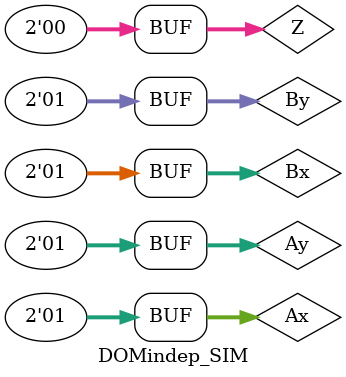
<source format=v>

module DOMindep_SIM();

    reg[1:0] Ax, Ay, Bx, By, Z;    
    wire[1:0] Aq, Bq;

    
    DOMindep DOMindep (.Ax(Ax), .Ay(Ay), .Bx(Bx), .By(By), .Z(Z), .Aq(Aq), .Bq(Bq));
    
    initial begin
        Z = 2'b0;
        Ax = 2'b01;
        Ay = 2'b01;
        Bx = 2'b01;
        By = 2'b01;
    end

endmodule

</source>
